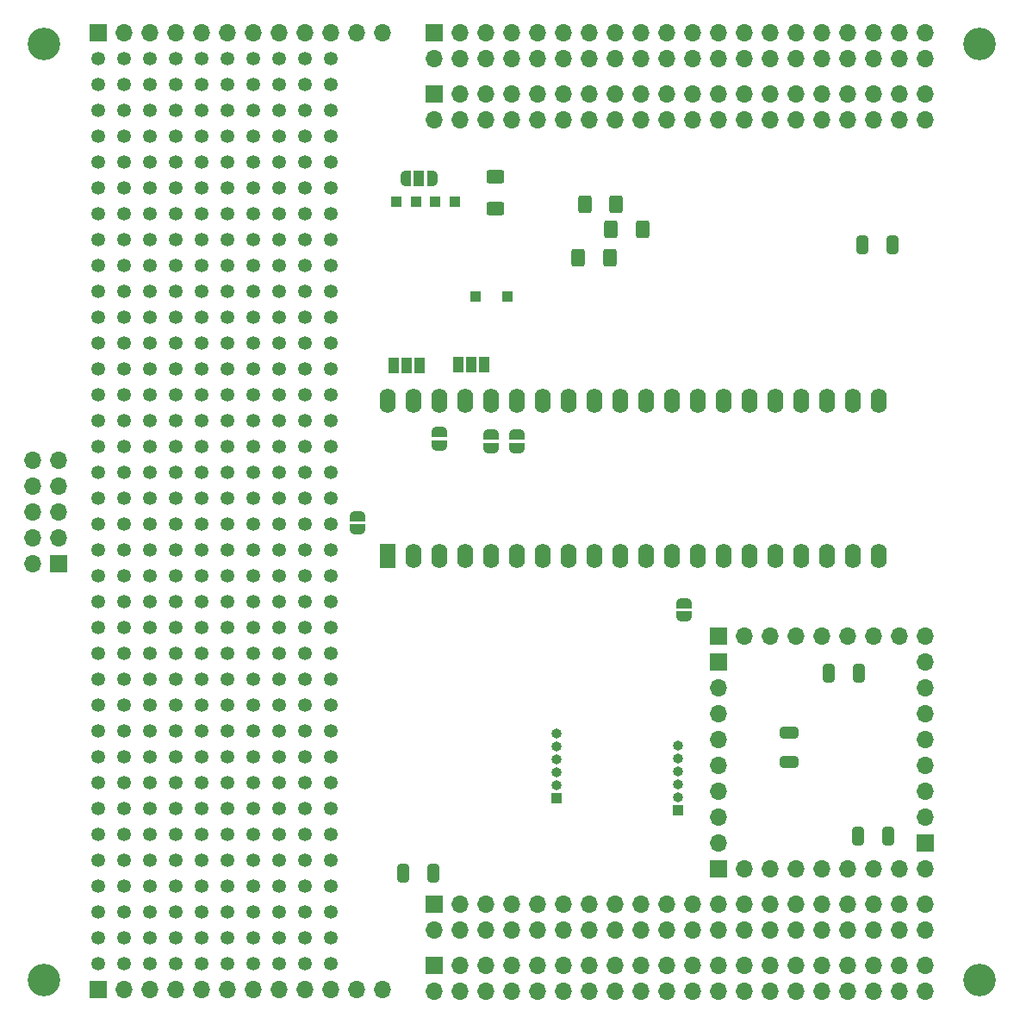
<source format=gbr>
%TF.GenerationSoftware,KiCad,Pcbnew,7.0.5-7.0.5~ubuntu20.04.1*%
%TF.CreationDate,2023-07-18T13:55:01+02:00*%
%TF.ProjectId,CPU6502_6802,43505536-3530-4325-9f36-3830322e6b69,rev?*%
%TF.SameCoordinates,Original*%
%TF.FileFunction,Soldermask,Bot*%
%TF.FilePolarity,Negative*%
%FSLAX46Y46*%
G04 Gerber Fmt 4.6, Leading zero omitted, Abs format (unit mm)*
G04 Created by KiCad (PCBNEW 7.0.5-7.0.5~ubuntu20.04.1) date 2023-07-18 13:55:01*
%MOMM*%
%LPD*%
G01*
G04 APERTURE LIST*
G04 Aperture macros list*
%AMRoundRect*
0 Rectangle with rounded corners*
0 $1 Rounding radius*
0 $2 $3 $4 $5 $6 $7 $8 $9 X,Y pos of 4 corners*
0 Add a 4 corners polygon primitive as box body*
4,1,4,$2,$3,$4,$5,$6,$7,$8,$9,$2,$3,0*
0 Add four circle primitives for the rounded corners*
1,1,$1+$1,$2,$3*
1,1,$1+$1,$4,$5*
1,1,$1+$1,$6,$7*
1,1,$1+$1,$8,$9*
0 Add four rect primitives between the rounded corners*
20,1,$1+$1,$2,$3,$4,$5,0*
20,1,$1+$1,$4,$5,$6,$7,0*
20,1,$1+$1,$6,$7,$8,$9,0*
20,1,$1+$1,$8,$9,$2,$3,0*%
%AMFreePoly0*
4,1,19,0.500000,-0.750000,0.000000,-0.750000,0.000000,-0.744911,-0.071157,-0.744911,-0.207708,-0.704816,-0.327430,-0.627875,-0.420627,-0.520320,-0.479746,-0.390866,-0.500000,-0.250000,-0.500000,0.250000,-0.479746,0.390866,-0.420627,0.520320,-0.327430,0.627875,-0.207708,0.704816,-0.071157,0.744911,0.000000,0.744911,0.000000,0.750000,0.500000,0.750000,0.500000,-0.750000,0.500000,-0.750000,
$1*%
%AMFreePoly1*
4,1,19,0.000000,0.744911,0.071157,0.744911,0.207708,0.704816,0.327430,0.627875,0.420627,0.520320,0.479746,0.390866,0.500000,0.250000,0.500000,-0.250000,0.479746,-0.390866,0.420627,-0.520320,0.327430,-0.627875,0.207708,-0.704816,0.071157,-0.744911,0.000000,-0.744911,0.000000,-0.750000,-0.500000,-0.750000,-0.500000,0.750000,0.000000,0.750000,0.000000,0.744911,0.000000,0.744911,
$1*%
%AMFreePoly2*
4,1,19,0.550000,-0.750000,0.000000,-0.750000,0.000000,-0.744911,-0.071157,-0.744911,-0.207708,-0.704816,-0.327430,-0.627875,-0.420627,-0.520320,-0.479746,-0.390866,-0.500000,-0.250000,-0.500000,0.250000,-0.479746,0.390866,-0.420627,0.520320,-0.327430,0.627875,-0.207708,0.704816,-0.071157,0.744911,0.000000,0.744911,0.000000,0.750000,0.550000,0.750000,0.550000,-0.750000,0.550000,-0.750000,
$1*%
%AMFreePoly3*
4,1,19,0.000000,0.744911,0.071157,0.744911,0.207708,0.704816,0.327430,0.627875,0.420627,0.520320,0.479746,0.390866,0.500000,0.250000,0.500000,-0.250000,0.479746,-0.390866,0.420627,-0.520320,0.327430,-0.627875,0.207708,-0.704816,0.071157,-0.744911,0.000000,-0.744911,0.000000,-0.750000,-0.550000,-0.750000,-0.550000,0.750000,0.000000,0.750000,0.000000,0.744911,0.000000,0.744911,
$1*%
G04 Aperture macros list end*
%ADD10R,1.000000X1.000000*%
%ADD11R,1.700000X1.700000*%
%ADD12O,1.700000X1.700000*%
%ADD13C,1.350000*%
%ADD14O,1.000000X1.000000*%
%ADD15R,1.600000X2.400000*%
%ADD16O,1.600000X2.400000*%
%ADD17C,3.200000*%
%ADD18FreePoly0,270.000000*%
%ADD19FreePoly1,270.000000*%
%ADD20RoundRect,0.250000X0.325000X0.650000X-0.325000X0.650000X-0.325000X-0.650000X0.325000X-0.650000X0*%
%ADD21FreePoly0,90.000000*%
%ADD22FreePoly1,90.000000*%
%ADD23RoundRect,0.250000X-0.400000X-0.625000X0.400000X-0.625000X0.400000X0.625000X-0.400000X0.625000X0*%
%ADD24RoundRect,0.250000X0.625000X-0.400000X0.625000X0.400000X-0.625000X0.400000X-0.625000X-0.400000X0*%
%ADD25RoundRect,0.250000X-0.325000X-0.650000X0.325000X-0.650000X0.325000X0.650000X-0.325000X0.650000X0*%
%ADD26FreePoly2,0.000000*%
%ADD27R,1.000000X1.500000*%
%ADD28FreePoly3,0.000000*%
%ADD29RoundRect,0.250000X0.400000X0.625000X-0.400000X0.625000X-0.400000X-0.625000X0.400000X-0.625000X0*%
%ADD30RoundRect,0.250000X-0.650000X0.325000X-0.650000X-0.325000X0.650000X-0.325000X0.650000X0.325000X0*%
G04 APERTURE END LIST*
D10*
%TO.C,J10*%
X146939000Y-74168000D03*
%TD*%
D11*
%TO.C,J8*%
X167640000Y-130389005D03*
D12*
X170180000Y-130389005D03*
X172720000Y-130389005D03*
X175260000Y-130389005D03*
X177800000Y-130389005D03*
X180340000Y-130389005D03*
X182880000Y-130389005D03*
X185420000Y-130389005D03*
X187960000Y-130389005D03*
%TD*%
D13*
%TO.C,J26*%
X129540000Y-139700000D03*
X129540000Y-137160000D03*
X129540000Y-134620000D03*
X129540000Y-132080000D03*
X129540000Y-129540000D03*
X129540000Y-127000000D03*
X129540000Y-124460000D03*
X129540000Y-121920000D03*
X129540000Y-119380000D03*
X129540000Y-116840000D03*
X129540000Y-114300000D03*
X129540000Y-111760000D03*
X129540000Y-109220000D03*
X129540000Y-106680000D03*
X129540000Y-104140000D03*
X129540000Y-101600000D03*
X129540000Y-99060000D03*
X129540000Y-96520000D03*
X129540000Y-93980000D03*
X129540000Y-91440000D03*
X129540000Y-88900000D03*
X129540000Y-86360000D03*
X129540000Y-83820000D03*
X129540000Y-81280000D03*
X129540000Y-78740000D03*
X129540000Y-76200000D03*
X129540000Y-73660000D03*
X129540000Y-71120000D03*
X129540000Y-68580000D03*
X129540000Y-66040000D03*
X129540000Y-63500000D03*
X129540000Y-60960000D03*
X129540000Y-58420000D03*
X129540000Y-55880000D03*
X129540000Y-53340000D03*
X129540000Y-50800000D03*
X127000000Y-50800000D03*
X127000000Y-53340000D03*
X127000000Y-55880000D03*
X127000000Y-58420000D03*
X127000000Y-60960000D03*
X127000000Y-63500000D03*
X127000000Y-66040000D03*
X127000000Y-68580000D03*
X127000000Y-71120000D03*
X127000000Y-73660000D03*
X127000000Y-76200000D03*
X127000000Y-78740000D03*
X127000000Y-81280000D03*
X127000000Y-83820000D03*
X127000000Y-86360000D03*
X127000000Y-88900000D03*
X127000000Y-91440000D03*
X127000000Y-93980000D03*
X127000000Y-96520000D03*
X127000000Y-99060000D03*
X127000000Y-101600000D03*
X127000000Y-104140000D03*
X127000000Y-106680000D03*
X127000000Y-109220000D03*
X127000000Y-111760000D03*
X127000000Y-114300000D03*
X127000000Y-116840000D03*
X127000000Y-119380000D03*
X127000000Y-121920000D03*
X127000000Y-124460000D03*
X127000000Y-127000000D03*
X127000000Y-129540000D03*
X127000000Y-132080000D03*
X127000000Y-134620000D03*
X127000000Y-137160000D03*
X127000000Y-139700000D03*
%TD*%
D11*
%TO.C,J1*%
X139700000Y-48303005D03*
D12*
X139700000Y-50843005D03*
X142240000Y-48303005D03*
X142240000Y-50843005D03*
X144780000Y-48303005D03*
X144780000Y-50843005D03*
X147320000Y-48303005D03*
X147320000Y-50843005D03*
X149860000Y-48303005D03*
X149860000Y-50843005D03*
X152400000Y-48303005D03*
X152400000Y-50843005D03*
X154940000Y-48303005D03*
X154940000Y-50843005D03*
X157480000Y-48303005D03*
X157480000Y-50843005D03*
X160020000Y-48303005D03*
X160020000Y-50843005D03*
X162560000Y-48303005D03*
X162560000Y-50843005D03*
X165100000Y-48303005D03*
X165100000Y-50843005D03*
X167640000Y-48303005D03*
X167640000Y-50843005D03*
X170180000Y-48303005D03*
X170180000Y-50843005D03*
X172720000Y-48303005D03*
X172720000Y-50843005D03*
X175260000Y-48303005D03*
X175260000Y-50843005D03*
X177800000Y-48303005D03*
X177800000Y-50843005D03*
X180340000Y-48303005D03*
X180340000Y-50843005D03*
X182880000Y-48303005D03*
X182880000Y-50843005D03*
X185420000Y-48303005D03*
X185420000Y-50843005D03*
X187960000Y-48303005D03*
X187960000Y-50843005D03*
%TD*%
D10*
%TO.C,J31*%
X163677600Y-124663200D03*
D14*
X163677600Y-123393200D03*
X163677600Y-122123200D03*
X163677600Y-120853200D03*
X163677600Y-119583200D03*
X163677600Y-118313200D03*
%TD*%
D11*
%TO.C,J5*%
X167640000Y-107529005D03*
D12*
X170180000Y-107529005D03*
X172720000Y-107529005D03*
X175260000Y-107529005D03*
X177800000Y-107529005D03*
X180340000Y-107529005D03*
X182880000Y-107529005D03*
X185420000Y-107529005D03*
X187960000Y-107529005D03*
%TD*%
D11*
%TO.C,J4*%
X139700000Y-133849005D03*
D12*
X139700000Y-136389005D03*
X142240000Y-133849005D03*
X142240000Y-136389005D03*
X144780000Y-133849005D03*
X144780000Y-136389005D03*
X147320000Y-133849005D03*
X147320000Y-136389005D03*
X149860000Y-133849005D03*
X149860000Y-136389005D03*
X152400000Y-133849005D03*
X152400000Y-136389005D03*
X154940000Y-133849005D03*
X154940000Y-136389005D03*
X157480000Y-133849005D03*
X157480000Y-136389005D03*
X160020000Y-133849005D03*
X160020000Y-136389005D03*
X162560000Y-133849005D03*
X162560000Y-136389005D03*
X165100000Y-133849005D03*
X165100000Y-136389005D03*
X167640000Y-133849005D03*
X167640000Y-136389005D03*
X170180000Y-133849005D03*
X170180000Y-136389005D03*
X172720000Y-133849005D03*
X172720000Y-136389005D03*
X175260000Y-133849005D03*
X175260000Y-136389005D03*
X177800000Y-133849005D03*
X177800000Y-136389005D03*
X180340000Y-133849005D03*
X180340000Y-136389005D03*
X182880000Y-133849005D03*
X182880000Y-136389005D03*
X185420000Y-133849005D03*
X185420000Y-136389005D03*
X187960000Y-133849005D03*
X187960000Y-136389005D03*
%TD*%
D13*
%TO.C,J24*%
X119380000Y-139700000D03*
X119380000Y-137160000D03*
X119380000Y-134620000D03*
X119380000Y-132080000D03*
X119380000Y-129540000D03*
X119380000Y-127000000D03*
X119380000Y-124460000D03*
X119380000Y-121920000D03*
X119380000Y-119380000D03*
X119380000Y-116840000D03*
X119380000Y-114300000D03*
X119380000Y-111760000D03*
X119380000Y-109220000D03*
X119380000Y-106680000D03*
X119380000Y-104140000D03*
X119380000Y-101600000D03*
X119380000Y-99060000D03*
X119380000Y-96520000D03*
X119380000Y-93980000D03*
X119380000Y-91440000D03*
X119380000Y-88900000D03*
X119380000Y-86360000D03*
X119380000Y-83820000D03*
X119380000Y-81280000D03*
X119380000Y-78740000D03*
X119380000Y-76200000D03*
X119380000Y-73660000D03*
X119380000Y-71120000D03*
X119380000Y-68580000D03*
X119380000Y-66040000D03*
X119380000Y-63500000D03*
X119380000Y-60960000D03*
X119380000Y-58420000D03*
X119380000Y-55880000D03*
X119380000Y-53340000D03*
X119380000Y-50800000D03*
X116840000Y-50800000D03*
X116840000Y-53340000D03*
X116840000Y-55880000D03*
X116840000Y-58420000D03*
X116840000Y-60960000D03*
X116840000Y-63500000D03*
X116840000Y-66040000D03*
X116840000Y-68580000D03*
X116840000Y-71120000D03*
X116840000Y-73660000D03*
X116840000Y-76200000D03*
X116840000Y-78740000D03*
X116840000Y-81280000D03*
X116840000Y-83820000D03*
X116840000Y-86360000D03*
X116840000Y-88900000D03*
X116840000Y-91440000D03*
X116840000Y-93980000D03*
X116840000Y-96520000D03*
X116840000Y-99060000D03*
X116840000Y-101600000D03*
X116840000Y-104140000D03*
X116840000Y-106680000D03*
X116840000Y-109220000D03*
X116840000Y-111760000D03*
X116840000Y-114300000D03*
X116840000Y-116840000D03*
X116840000Y-119380000D03*
X116840000Y-121920000D03*
X116840000Y-124460000D03*
X116840000Y-127000000D03*
X116840000Y-129540000D03*
X116840000Y-132080000D03*
X116840000Y-134620000D03*
X116840000Y-137160000D03*
X116840000Y-139700000D03*
%TD*%
D15*
%TO.C,U7*%
X135128000Y-99695000D03*
D16*
X137668000Y-99695000D03*
X140208000Y-99695000D03*
X142748000Y-99695000D03*
X145288000Y-99695000D03*
X147828000Y-99695000D03*
X150368000Y-99695000D03*
X152908000Y-99695000D03*
X155448000Y-99695000D03*
X157988000Y-99695000D03*
X160528000Y-99695000D03*
X163068000Y-99695000D03*
X165608000Y-99695000D03*
X168148000Y-99695000D03*
X170688000Y-99695000D03*
X173228000Y-99695000D03*
X175768000Y-99695000D03*
X178308000Y-99695000D03*
X180848000Y-99695000D03*
X183388000Y-99695000D03*
X183388000Y-84455000D03*
X180848000Y-84455000D03*
X178308000Y-84455000D03*
X175768000Y-84455000D03*
X173228000Y-84455000D03*
X170688000Y-84455000D03*
X168148000Y-84455000D03*
X165608000Y-84455000D03*
X163068000Y-84455000D03*
X160528000Y-84455000D03*
X157988000Y-84455000D03*
X155448000Y-84455000D03*
X152908000Y-84455000D03*
X150368000Y-84455000D03*
X147828000Y-84455000D03*
X145288000Y-84455000D03*
X142748000Y-84455000D03*
X140208000Y-84455000D03*
X137668000Y-84455000D03*
X135128000Y-84455000D03*
%TD*%
D10*
%TO.C,J11*%
X143764000Y-74168000D03*
%TD*%
%TO.C,J15*%
X137922000Y-64897000D03*
%TD*%
D11*
%TO.C,J20*%
X106680000Y-142240000D03*
D12*
X109220000Y-142240000D03*
X111760000Y-142240000D03*
X114300000Y-142240000D03*
X116840000Y-142240000D03*
X119380000Y-142240000D03*
X121920000Y-142240000D03*
X124460000Y-142240000D03*
X127000000Y-142240000D03*
X129540000Y-142240000D03*
X132080000Y-142240000D03*
X134620000Y-142240000D03*
%TD*%
D13*
%TO.C,J25*%
X124460000Y-139700000D03*
X124460000Y-137160000D03*
X124460000Y-134620000D03*
X124460000Y-132080000D03*
X124460000Y-129540000D03*
X124460000Y-127000000D03*
X124460000Y-124460000D03*
X124460000Y-121920000D03*
X124460000Y-119380000D03*
X124460000Y-116840000D03*
X124460000Y-114300000D03*
X124460000Y-111760000D03*
X124460000Y-109220000D03*
X124460000Y-106680000D03*
X124460000Y-104140000D03*
X124460000Y-101600000D03*
X124460000Y-99060000D03*
X124460000Y-96520000D03*
X124460000Y-93980000D03*
X124460000Y-91440000D03*
X124460000Y-88900000D03*
X124460000Y-86360000D03*
X124460000Y-83820000D03*
X124460000Y-81280000D03*
X124460000Y-78740000D03*
X124460000Y-76200000D03*
X124460000Y-73660000D03*
X124460000Y-71120000D03*
X124460000Y-68580000D03*
X124460000Y-66040000D03*
X124460000Y-63500000D03*
X124460000Y-60960000D03*
X124460000Y-58420000D03*
X124460000Y-55880000D03*
X124460000Y-53340000D03*
X124460000Y-50800000D03*
X121920000Y-50800000D03*
X121920000Y-53340000D03*
X121920000Y-55880000D03*
X121920000Y-58420000D03*
X121920000Y-60960000D03*
X121920000Y-63500000D03*
X121920000Y-66040000D03*
X121920000Y-68580000D03*
X121920000Y-71120000D03*
X121920000Y-73660000D03*
X121920000Y-76200000D03*
X121920000Y-78740000D03*
X121920000Y-81280000D03*
X121920000Y-83820000D03*
X121920000Y-86360000D03*
X121920000Y-88900000D03*
X121920000Y-91440000D03*
X121920000Y-93980000D03*
X121920000Y-96520000D03*
X121920000Y-99060000D03*
X121920000Y-101600000D03*
X121920000Y-104140000D03*
X121920000Y-106680000D03*
X121920000Y-109220000D03*
X121920000Y-111760000D03*
X121920000Y-114300000D03*
X121920000Y-116840000D03*
X121920000Y-119380000D03*
X121920000Y-121920000D03*
X121920000Y-124460000D03*
X121920000Y-127000000D03*
X121920000Y-129540000D03*
X121920000Y-132080000D03*
X121920000Y-134620000D03*
X121920000Y-137160000D03*
X121920000Y-139700000D03*
%TD*%
D11*
%TO.C,J9*%
X102837000Y-100426000D03*
D12*
X100297000Y-100426000D03*
X102837000Y-97886000D03*
X100297000Y-97886000D03*
X102837000Y-95346000D03*
X100297000Y-95346000D03*
X102837000Y-92806000D03*
X100297000Y-92806000D03*
X102837000Y-90266000D03*
X100297000Y-90266000D03*
%TD*%
D10*
%TO.C,J13*%
X136017000Y-64897000D03*
%TD*%
D11*
%TO.C,J2*%
X139700000Y-139849005D03*
D12*
X139700000Y-142389005D03*
X142240000Y-139849005D03*
X142240000Y-142389005D03*
X144780000Y-139849005D03*
X144780000Y-142389005D03*
X147320000Y-139849005D03*
X147320000Y-142389005D03*
X149860000Y-139849005D03*
X149860000Y-142389005D03*
X152400000Y-139849005D03*
X152400000Y-142389005D03*
X154940000Y-139849005D03*
X154940000Y-142389005D03*
X157480000Y-139849005D03*
X157480000Y-142389005D03*
X160020000Y-139849005D03*
X160020000Y-142389005D03*
X162560000Y-139849005D03*
X162560000Y-142389005D03*
X165100000Y-139849005D03*
X165100000Y-142389005D03*
X167640000Y-139849005D03*
X167640000Y-142389005D03*
X170180000Y-139849005D03*
X170180000Y-142389005D03*
X172720000Y-139849005D03*
X172720000Y-142389005D03*
X175260000Y-139849005D03*
X175260000Y-142389005D03*
X177800000Y-139849005D03*
X177800000Y-142389005D03*
X180340000Y-139849005D03*
X180340000Y-142389005D03*
X182880000Y-139849005D03*
X182880000Y-142389005D03*
X185420000Y-139849005D03*
X185420000Y-142389005D03*
X187960000Y-139849005D03*
X187960000Y-142389005D03*
%TD*%
D10*
%TO.C,J30*%
X151790400Y-123444000D03*
D14*
X151790400Y-122174000D03*
X151790400Y-120904000D03*
X151790400Y-119634000D03*
X151790400Y-118364000D03*
X151790400Y-117094000D03*
%TD*%
D11*
%TO.C,J6*%
X187960000Y-127849005D03*
D12*
X187960000Y-125309005D03*
X187960000Y-122769005D03*
X187960000Y-120229005D03*
X187960000Y-117689005D03*
X187960000Y-115149005D03*
X187960000Y-112609005D03*
X187960000Y-110069005D03*
%TD*%
D10*
%TO.C,J14*%
X141732000Y-64897000D03*
%TD*%
D17*
%TO.C,H3*%
X193340000Y-49346005D03*
%TD*%
D13*
%TO.C,J23*%
X114300000Y-139700000D03*
X114300000Y-137160000D03*
X114300000Y-134620000D03*
X114300000Y-132080000D03*
X114300000Y-129540000D03*
X114300000Y-127000000D03*
X114300000Y-124460000D03*
X114300000Y-121920000D03*
X114300000Y-119380000D03*
X114300000Y-116840000D03*
X114300000Y-114300000D03*
X114300000Y-111760000D03*
X114300000Y-109220000D03*
X114300000Y-106680000D03*
X114300000Y-104140000D03*
X114300000Y-101600000D03*
X114300000Y-99060000D03*
X114300000Y-96520000D03*
X114300000Y-93980000D03*
X114300000Y-91440000D03*
X114300000Y-88900000D03*
X114300000Y-86360000D03*
X114300000Y-83820000D03*
X114300000Y-81280000D03*
X114300000Y-78740000D03*
X114300000Y-76200000D03*
X114300000Y-73660000D03*
X114300000Y-71120000D03*
X114300000Y-68580000D03*
X114300000Y-66040000D03*
X114300000Y-63500000D03*
X114300000Y-60960000D03*
X114300000Y-58420000D03*
X114300000Y-55880000D03*
X114300000Y-53340000D03*
X114300000Y-50800000D03*
X111760000Y-50800000D03*
X111760000Y-53340000D03*
X111760000Y-55880000D03*
X111760000Y-58420000D03*
X111760000Y-60960000D03*
X111760000Y-63500000D03*
X111760000Y-66040000D03*
X111760000Y-68580000D03*
X111760000Y-71120000D03*
X111760000Y-73660000D03*
X111760000Y-76200000D03*
X111760000Y-78740000D03*
X111760000Y-81280000D03*
X111760000Y-83820000D03*
X111760000Y-86360000D03*
X111760000Y-88900000D03*
X111760000Y-91440000D03*
X111760000Y-93980000D03*
X111760000Y-96520000D03*
X111760000Y-99060000D03*
X111760000Y-101600000D03*
X111760000Y-104140000D03*
X111760000Y-106680000D03*
X111760000Y-109220000D03*
X111760000Y-111760000D03*
X111760000Y-114300000D03*
X111760000Y-116840000D03*
X111760000Y-119380000D03*
X111760000Y-121920000D03*
X111760000Y-124460000D03*
X111760000Y-127000000D03*
X111760000Y-129540000D03*
X111760000Y-132080000D03*
X111760000Y-134620000D03*
X111760000Y-137160000D03*
X111760000Y-139700000D03*
%TD*%
D11*
%TO.C,J7*%
X167640000Y-110069005D03*
D12*
X167640000Y-112609005D03*
X167640000Y-115149005D03*
X167640000Y-117689005D03*
X167640000Y-120229005D03*
X167640000Y-122769005D03*
X167640000Y-125309005D03*
X167640000Y-127849005D03*
%TD*%
D10*
%TO.C,J12*%
X139827000Y-64897000D03*
%TD*%
D11*
%TO.C,J3*%
X139700000Y-54303005D03*
D12*
X139700000Y-56843005D03*
X142240000Y-54303005D03*
X142240000Y-56843005D03*
X144780000Y-54303005D03*
X144780000Y-56843005D03*
X147320000Y-54303005D03*
X147320000Y-56843005D03*
X149860000Y-54303005D03*
X149860000Y-56843005D03*
X152400000Y-54303005D03*
X152400000Y-56843005D03*
X154940000Y-54303005D03*
X154940000Y-56843005D03*
X157480000Y-54303005D03*
X157480000Y-56843005D03*
X160020000Y-54303005D03*
X160020000Y-56843005D03*
X162560000Y-54303005D03*
X162560000Y-56843005D03*
X165100000Y-54303005D03*
X165100000Y-56843005D03*
X167640000Y-54303005D03*
X167640000Y-56843005D03*
X170180000Y-54303005D03*
X170180000Y-56843005D03*
X172720000Y-54303005D03*
X172720000Y-56843005D03*
X175260000Y-54303005D03*
X175260000Y-56843005D03*
X177800000Y-54303005D03*
X177800000Y-56843005D03*
X180340000Y-54303005D03*
X180340000Y-56843005D03*
X182880000Y-54303005D03*
X182880000Y-56843005D03*
X185420000Y-54303005D03*
X185420000Y-56843005D03*
X187960000Y-54303005D03*
X187960000Y-56843005D03*
%TD*%
D17*
%TO.C,H1*%
X101340000Y-49346005D03*
%TD*%
%TO.C,H2*%
X101340000Y-141346005D03*
%TD*%
D13*
%TO.C,J22*%
X109220000Y-139700000D03*
X109220000Y-137160000D03*
X109220000Y-134620000D03*
X109220000Y-132080000D03*
X109220000Y-129540000D03*
X109220000Y-127000000D03*
X109220000Y-124460000D03*
X109220000Y-121920000D03*
X109220000Y-119380000D03*
X109220000Y-116840000D03*
X109220000Y-114300000D03*
X109220000Y-111760000D03*
X109220000Y-109220000D03*
X109220000Y-106680000D03*
X109220000Y-104140000D03*
X109220000Y-101600000D03*
X109220000Y-99060000D03*
X109220000Y-96520000D03*
X109220000Y-93980000D03*
X109220000Y-91440000D03*
X109220000Y-88900000D03*
X109220000Y-86360000D03*
X109220000Y-83820000D03*
X109220000Y-81280000D03*
X109220000Y-78740000D03*
X109220000Y-76200000D03*
X109220000Y-73660000D03*
X109220000Y-71120000D03*
X109220000Y-68580000D03*
X109220000Y-66040000D03*
X109220000Y-63500000D03*
X109220000Y-60960000D03*
X109220000Y-58420000D03*
X109220000Y-55880000D03*
X109220000Y-53340000D03*
X109220000Y-50800000D03*
X106680000Y-50800000D03*
X106680000Y-53340000D03*
X106680000Y-55880000D03*
X106680000Y-58420000D03*
X106680000Y-60960000D03*
X106680000Y-63500000D03*
X106680000Y-66040000D03*
X106680000Y-68580000D03*
X106680000Y-71120000D03*
X106680000Y-73660000D03*
X106680000Y-76200000D03*
X106680000Y-78740000D03*
X106680000Y-81280000D03*
X106680000Y-83820000D03*
X106680000Y-86360000D03*
X106680000Y-88900000D03*
X106680000Y-91440000D03*
X106680000Y-93980000D03*
X106680000Y-96520000D03*
X106680000Y-99060000D03*
X106680000Y-101600000D03*
X106680000Y-104140000D03*
X106680000Y-106680000D03*
X106680000Y-109220000D03*
X106680000Y-111760000D03*
X106680000Y-114300000D03*
X106680000Y-116840000D03*
X106680000Y-119380000D03*
X106680000Y-121920000D03*
X106680000Y-124460000D03*
X106680000Y-127000000D03*
X106680000Y-129540000D03*
X106680000Y-132080000D03*
X106680000Y-134620000D03*
X106680000Y-137160000D03*
X106680000Y-139700000D03*
%TD*%
D11*
%TO.C,J21*%
X106680000Y-48260000D03*
D12*
X109220000Y-48260000D03*
X111760000Y-48260000D03*
X114300000Y-48260000D03*
X116840000Y-48260000D03*
X119380000Y-48260000D03*
X121920000Y-48260000D03*
X124460000Y-48260000D03*
X127000000Y-48260000D03*
X129540000Y-48260000D03*
X132080000Y-48260000D03*
X134620000Y-48260000D03*
%TD*%
D17*
%TO.C,H4*%
X193340000Y-141346005D03*
%TD*%
D18*
%TO.C,JP10*%
X164261800Y-104287800D03*
D19*
X164261800Y-105587800D03*
%TD*%
D20*
%TO.C,C2*%
X139652800Y-130810000D03*
X136702800Y-130810000D03*
%TD*%
D18*
%TO.C,JP2*%
X147828000Y-87740000D03*
D19*
X147828000Y-89040000D03*
%TD*%
D21*
%TO.C,JP1*%
X145288000Y-89040000D03*
D22*
X145288000Y-87740000D03*
%TD*%
D23*
%TO.C,R1*%
X157124400Y-67538600D03*
X160224400Y-67538600D03*
%TD*%
D24*
%TO.C,R11*%
X145719800Y-65533200D03*
X145719800Y-62433200D03*
%TD*%
D25*
%TO.C,C7*%
X178533000Y-111135805D03*
X181483000Y-111135805D03*
%TD*%
D26*
%TO.C,JP29*%
X136931400Y-62611000D03*
D27*
X138231400Y-62611000D03*
D28*
X139531400Y-62611000D03*
%TD*%
D21*
%TO.C,JP3*%
X140208000Y-88786000D03*
D22*
X140208000Y-87486000D03*
%TD*%
D25*
%TO.C,C8*%
X181405000Y-127137805D03*
X184355000Y-127137805D03*
%TD*%
%TO.C,C3*%
X181836800Y-69113400D03*
X184786800Y-69113400D03*
%TD*%
D29*
%TO.C,R10*%
X157633000Y-65125600D03*
X154533000Y-65125600D03*
%TD*%
%TO.C,R9*%
X156972000Y-70332600D03*
X153872000Y-70332600D03*
%TD*%
D18*
%TO.C,JP6*%
X132207000Y-95743000D03*
D19*
X132207000Y-97043000D03*
%TD*%
D30*
%TO.C,C6*%
X174625000Y-116977805D03*
X174625000Y-119927805D03*
%TD*%
D27*
%TO.C,JP5*%
X135733000Y-80912000D03*
X137033000Y-80912000D03*
X138333000Y-80912000D03*
%TD*%
%TO.C,JP4*%
X142083000Y-80899000D03*
X143383000Y-80899000D03*
X144683000Y-80899000D03*
%TD*%
M02*

</source>
